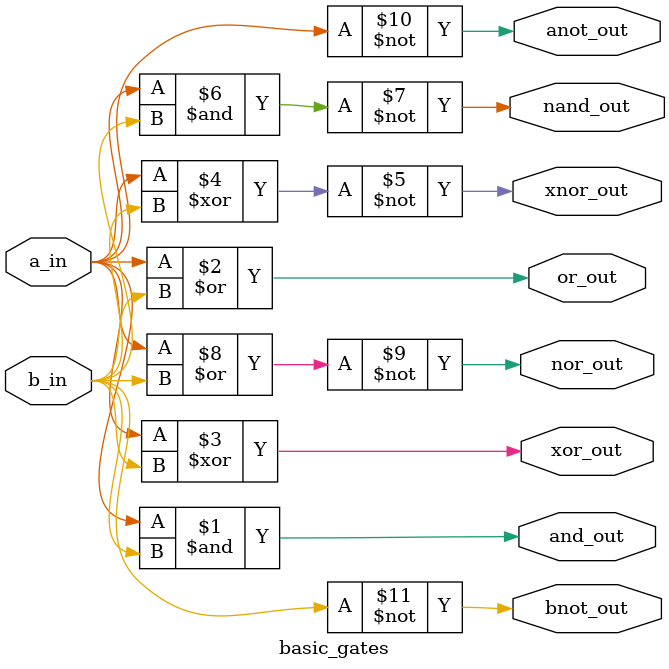
<source format=v>
`timescale 1ns / 1ps


module basic_gates(
input a_in,
input b_in,
output and_out,
output or_out,
output xor_out,
output anot_out,
output bnot_out,
output xnor_out,
output nand_out,
output nor_out
    );
    
    and AND(and_out,a_in,b_in);
    or OR(or_out,a_in,b_in);
    xor XOR(xor_out,a_in,b_in);
    not NOTA(anot_out,a_in);
    not NOTB(bnot_out,b_in);
    xnor XNOR(xnor_out,a_in,b_in);
    nand NAND(nand_out,a_in,b_in);
    nor NOR(nor_out,a_in,b_in);

endmodule
</source>
